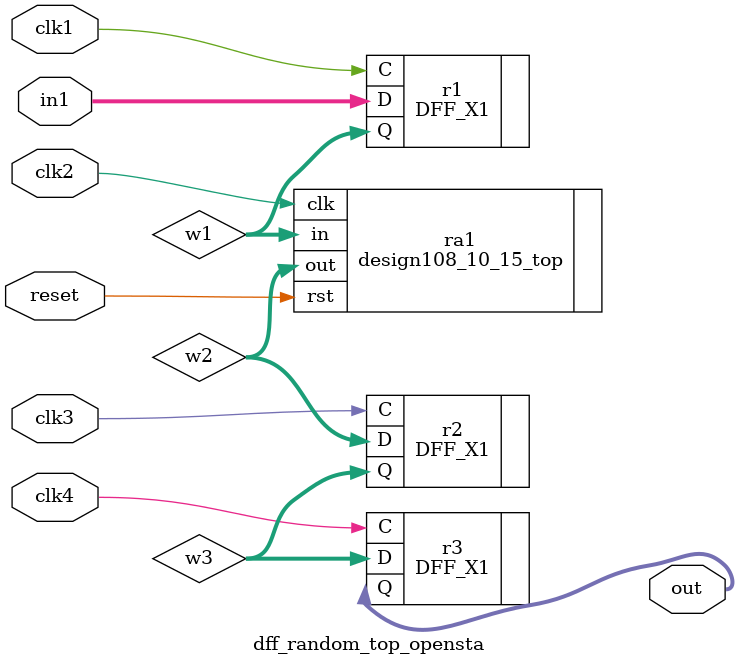
<source format=v>
 
module dff_random_top_opensta #(parameter WIDTH=32) (in1, clk1, clk2, clk3, clk4, out, reset);
  input [WIDTH-1:0] in1;
  input clk1, clk2, clk3, clk4; 
  input reset;
  output [WIDTH-1:0] out;

  wire [WIDTH-1:0] w1, w2, w3;

  DFF_X1 #(.WIDTH(WIDTH)) r1 (.D(in1), .C(clk1), .Q(w1));
  design108_10_15_top #(.WIDTH(WIDTH)) ra1 (.clk(clk2),.rst(reset),.in(w1),.out(w2));
  DFF_X1 #(.WIDTH(WIDTH)) r2 (.D(w2), .C(clk3), .Q(w3));
  DFF_X1 #(.WIDTH(WIDTH))r3 (.D(w3), .C(clk4), .Q(out));
endmodule 
</source>
